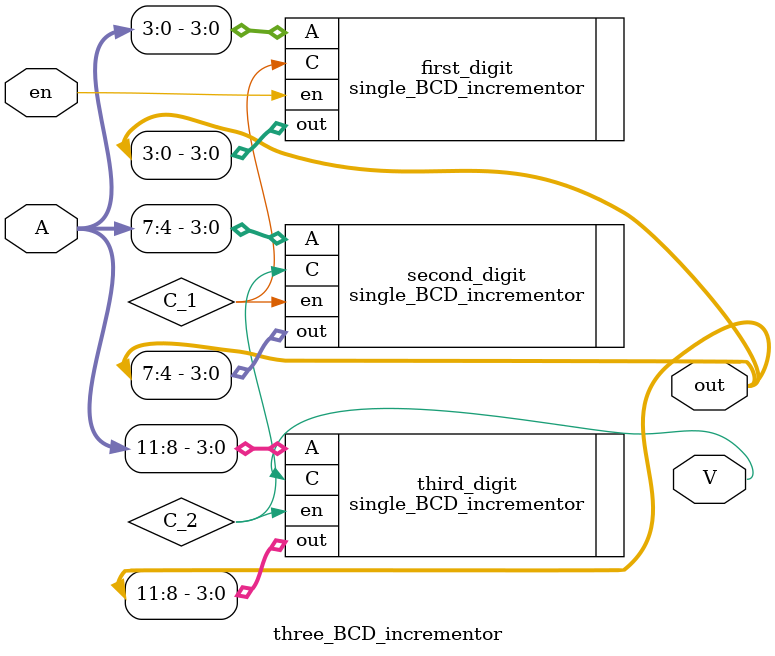
<source format=v>
module three_BCD_incrementor (
    input wire [11:0] A,
    input wire en, 
    output wire [11:0] out, 
    output wire V //overflow
);

wire C_1, C_2;

single_BCD_incrementor first_digit (.A(A[3:0]), .en(en), .out(out[3:0]), .C(C_1));

single_BCD_incrementor second_digit (.A(A[7:4]), .en(C_1), .out(out[7:4]), .C(C_2));

single_BCD_incrementor third_digit (.A(A[11:8]), .en(C_2), .out(out[11:8]), .C(V));
    
endmodule
</source>
